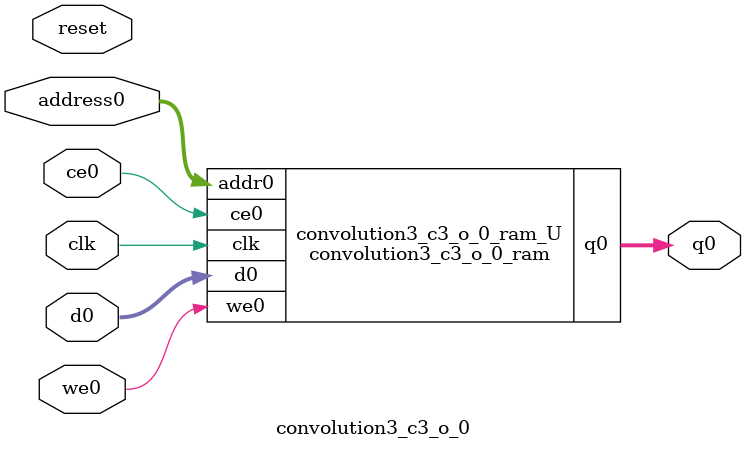
<source format=v>

`timescale 1 ns / 1 ps
module convolution3_c3_o_0_ram (addr0, ce0, d0, we0, q0,  clk);

parameter DWIDTH = 32;
parameter AWIDTH = 7;
parameter MEM_SIZE = 80;

input[AWIDTH-1:0] addr0;
input ce0;
input[DWIDTH-1:0] d0;
input we0;
output reg[DWIDTH-1:0] q0;
input clk;

(* ram_style = "block" *)reg [DWIDTH-1:0] ram[0:MEM_SIZE-1];




always @(posedge clk)  
begin 
    if (ce0) 
    begin
        if (we0) 
        begin 
            ram[addr0] <= d0; 
            q0 <= d0;
        end 
        else 
            q0 <= ram[addr0];
    end
end


endmodule


`timescale 1 ns / 1 ps
module convolution3_c3_o_0(
    reset,
    clk,
    address0,
    ce0,
    we0,
    d0,
    q0);

parameter DataWidth = 32'd32;
parameter AddressRange = 32'd80;
parameter AddressWidth = 32'd7;
input reset;
input clk;
input[AddressWidth - 1:0] address0;
input ce0;
input we0;
input[DataWidth - 1:0] d0;
output[DataWidth - 1:0] q0;



convolution3_c3_o_0_ram convolution3_c3_o_0_ram_U(
    .clk( clk ),
    .addr0( address0 ),
    .ce0( ce0 ),
    .d0( d0 ),
    .we0( we0 ),
    .q0( q0 ));

endmodule


</source>
